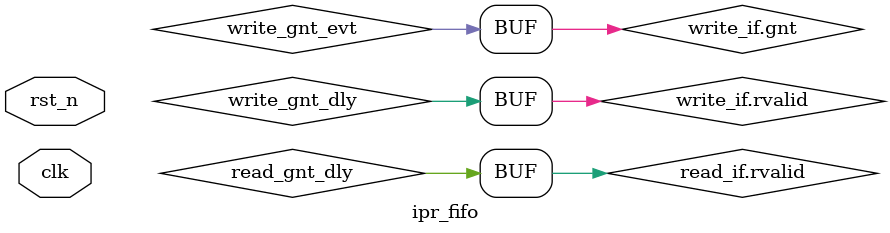
<source format=sv>
/*
`include "pulp_soc_defines.sv"

module ipr_fifo (
  input  logic        clk,
  input  logic        rst_n,

  // LSU‐side Read Interface
  IPR_READ_IF.slave   read_if,
  // LSU‐side Write Interface
  IPR_WRITE_IF.slave  write_if
);

  // ------------------------------------------------------------------------
  // 1) Single‐word storage
  // ------------------------------------------------------------------------
  logic [31:0] fifo_data;
  always_ff @(posedge clk or negedge rst_n) begin
    if (!rst_n)
      fifo_data <= 32'd0;
    else if (write_if.req && write_if.we)
      fifo_data <= write_if.wdata;
  end

  // ------------------------------------------------------------------------
  // 2) Track “in-flight” so we know when to issue the next grant
  // ------------------------------------------------------------------------
  logic read_inflight,  write_inflight;
  logic read_gnt_evt,  write_gnt_evt;
  logic read_gnt_dly,  write_gnt_dly;

  // a) Detect new requests only when not already in-flight
  assign read_gnt_evt  = read_if.req  && !read_inflight;
  assign write_gnt_evt = write_if.req && write_if.we && !write_inflight;

  // b) One‐cycle delay for rvalid
  always_ff @(posedge clk or negedge rst_n) begin
    if (!rst_n) begin
      read_gnt_dly  <= 1'b0;
      write_gnt_dly <= 1'b0;
    end else begin
      read_gnt_dly  <= read_gnt_evt;
      write_gnt_dly <= write_gnt_evt;
    end
  end

  // c) Track in-flight: set on gnt_evt, clear when rvalid (delayed)
  always_ff @(posedge clk or negedge rst_n) begin
    if (!rst_n) begin
      read_inflight  <= 1'b0;
      write_inflight <= 1'b0;
    end else begin
      if (read_gnt_evt)   read_inflight  <= 1'b1;
      else if (read_gnt_dly) read_inflight  <= 1'b0;

      if (write_gnt_evt)   write_inflight <= 1'b1;
      else if (write_gnt_dly) write_inflight <= 1'b0;
    end
  end

  // ------------------------------------------------------------------------
  // 3) Hook up exactly the five LSU signals
  // ------------------------------------------------------------------------
  // read data
  assign read_if.rdata   = fifo_data;

  // grant = one‐cycle pulse when new request
  assign read_if.gnt     = read_gnt_evt;
  assign write_if.gnt    = write_gnt_evt;

  // valid = one‐cycle pulse one cycle after grant
  assign read_if.rvalid  = read_gnt_dly;
  assign write_if.rvalid = write_gnt_dly;

endmodule
*/

`include "pulp_soc_defines.sv"

module ipr_fifo (
  input  logic        clk,
  input  logic        rst_n,

  // LSU‐side Read Interface
  IPR_READ_IF.slave   read_if,
  // LSU‐side Write Interface
  IPR_WRITE_IF.slave  write_if
);

  // ------------------------------------------------------------------------
  // 1) FIFO Storage
  // ------------------------------------------------------------------------
  localparam int FIFO_DEPTH = 50;
  localparam int FIFO_ADDR_WIDTH = $clog2(FIFO_DEPTH);

  logic [31:0] fifo_mem [0:FIFO_DEPTH-1];

  logic [FIFO_ADDR_WIDTH-1:0] read_ptr, write_ptr;
  logic [FIFO_ADDR_WIDTH:0]   fifo_count;

  logic fifo_empty, fifo_full;

  assign fifo_empty = (fifo_count == 0);
  assign fifo_full  = (fifo_count == FIFO_DEPTH);

  // ------------------------------------------------------------------------
  // 2) Grant Event Logic (same as original)
  // ------------------------------------------------------------------------
  logic read_inflight,  write_inflight;
  logic read_gnt_evt,   write_gnt_evt;
  logic read_gnt_dly,   write_gnt_dly;

  assign read_gnt_evt  = read_if.req  && !read_inflight  && !fifo_empty;
  assign write_gnt_evt = write_if.req && write_if.we && !write_inflight && !fifo_full;

  // ------------------------------------------------------------------------
  // 3) Pipelined Valid Signal (1-cycle after grant)
  // ------------------------------------------------------------------------
  always_ff @(posedge clk or negedge rst_n) begin
    if (!rst_n) begin
      read_gnt_dly  <= 1'b0;
      write_gnt_dly <= 1'b0;
    end else begin
      read_gnt_dly  <= read_gnt_evt;
      write_gnt_dly <= write_gnt_evt;
    end
  end

  // ------------------------------------------------------------------------
  // 4) Inflight Tracking
  // ------------------------------------------------------------------------
  always_ff @(posedge clk or negedge rst_n) begin
    if (!rst_n) begin
      read_inflight  <= 1'b0;
      write_inflight <= 1'b0;
    end else begin
      if (read_gnt_evt)       read_inflight  <= 1'b1;
      else if (read_gnt_dly)  read_inflight  <= 1'b0;

      if (write_gnt_evt)      write_inflight <= 1'b1;
      else if (write_gnt_dly) write_inflight <= 1'b0;
    end
  end

  // ------------------------------------------------------------------------
  // 5) Write and Read Logic
  // ------------------------------------------------------------------------
  always_ff @(posedge clk or negedge rst_n) begin
    if (!rst_n) begin
      write_ptr  <= '0;
      read_ptr   <= '0;
      fifo_count <= '0;
    end else begin
      if (write_if.req && write_if.we && !fifo_full) begin
        fifo_mem[write_ptr] <= write_if.wdata;
        write_ptr <= (write_ptr + 1) % FIFO_DEPTH;
	fifo_count <= fifo_count + 1;
      end

      if (read_gnt_dly) begin
        read_ptr <= (read_ptr + 1) % FIFO_DEPTH;
	fifo_count <= fifo_count - 1;

      end

    end
  end

  // ------------------------------------------------------------------------
  // 6) LSU Interface Hooks
  // ------------------------------------------------------------------------
  assign read_if.rdata   = fifo_mem[read_ptr];  // Valid when rvalid = 1
  assign read_if.gnt     = read_gnt_evt;
  assign read_if.rvalid  = read_gnt_dly;

  assign write_if.gnt    = write_gnt_evt;
  assign write_if.rvalid = write_gnt_dly;

endmodule


</source>
